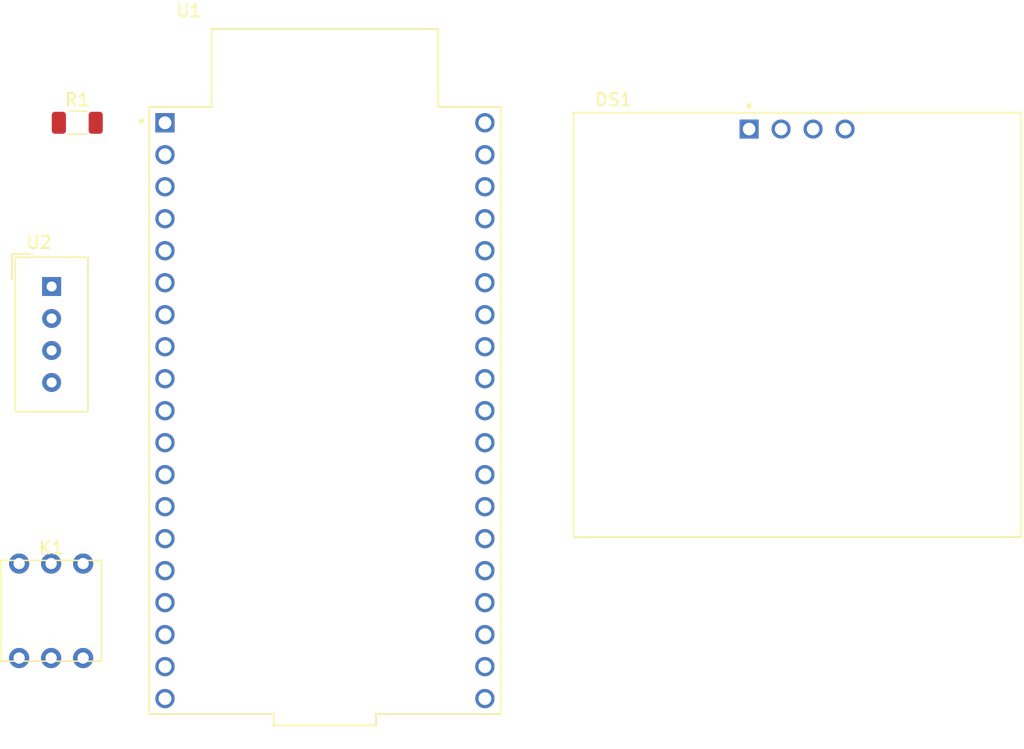
<source format=kicad_pcb>
(kicad_pcb (version 20241229) (generator "pcbnew") (generator_version "9.0")
  (layers (0 "F.Cu" signal) (2 "B.Cu" signal) (13 "F.Paste" user) (15 "B.Paste" user) (5 "F.SilkS" user "F.Silkscreen") (7 "B.SilkS" user "B.Silkscreen") (1 "F.Mask" user) (3 "B.Mask" user) (25 "Edge.Cuts" user))
  (net 0 "")
  (net 1 "/3v3")
  (net 2 "/SDA")
  (net 3 "/SCL")
  (net 4 "/GND")
  (net 10 "/DATA")
  (net 20 "/S")
  (footprint "DEVKIT_V1_ESP32-WROOM-32:MODULE_DEVKIT_V1_ESP32-WROOM-32" (layer "F.Cu") (at 111.2 92.85)
    (property "Reference" "U1" (at -10.795 -31.75 0) (layer "F.SilkS"))
    (property "Value" "DEVKIT_V1_ESP32-WROOM-32")
    (fp_line (start -13.95 -24.1) (end -13.95 24.1) (stroke (width 0.127)) (layer "F.SilkS"))
    (fp_line (start -13.95 24.1) (end -4.07 24.1) (stroke (width 0.127)) (layer "F.SilkS"))
    (fp_line (start -9 -30.3) (end 9 -30.3) (stroke (width 0.127)) (layer "F.SilkS"))
    (fp_line (start -9 -24.1) (end -13.95 -24.1) (stroke (width 0.127)) (layer "F.SilkS"))
    (fp_line (start -9 -24.1) (end -9 -30.3) (stroke (width 0.127)) (layer "F.SilkS"))
    (fp_line (start -4.07 24.1) (end -4.07 25) (stroke (width 0.127)) (layer "F.SilkS"))
    (fp_line (start -4.07 25) (end 4.06 25) (stroke (width 0.127)) (layer "F.SilkS"))
    (fp_line (start 4.06 24.1) (end 13.95 24.1) (stroke (width 0.127)) (layer "F.SilkS"))
    (fp_line (start 4.06 25) (end 4.06 24.1) (stroke (width 0.127)) (layer "F.SilkS"))
    (fp_line (start 9 -30.3) (end 9 -24.1) (stroke (width 0.127)) (layer "F.SilkS"))
    (fp_line (start 13.95 -24.1) (end 9 -24.1) (stroke (width 0.127)) (layer "F.SilkS"))
    (fp_line (start 13.95 24.1) (end 13.95 -24.1) (stroke (width 0.127)) (layer "F.SilkS"))
    (fp_circle (center -14.57 -22.97) (end -14.47 -22.97) (stroke (width 0.2)) (fill no) (layer "F.SilkS"))
    (pad "1" thru_hole rect (at -12.7 -22.85) (size 1.53 1.53) (drill 1.02) (layers "*.Cu" "*.Mask") (net 1 "/3v3"))
    (pad "2" thru_hole circle (at -12.7 -20.31) (size 1.53 1.53) (drill 1.02) (layers "*.Cu" "*.Mask"))
    (pad "3" thru_hole circle (at -12.7 -17.77) (size 1.53 1.53) (drill 1.02) (layers "*.Cu" "*.Mask"))
    (pad "4" thru_hole circle (at -12.7 -15.23) (size 1.53 1.53) (drill 1.02) (layers "*.Cu" "*.Mask"))
    (pad "5" thru_hole circle (at -12.7 -12.69) (size 1.53 1.53) (drill 1.02) (layers "*.Cu" "*.Mask"))
    (pad "6" thru_hole circle (at -12.7 -10.15) (size 1.53 1.53) (drill 1.02) (layers "*.Cu" "*.Mask"))
    (pad "7" thru_hole circle (at -12.7 -7.61) (size 1.53 1.53) (drill 1.02) (layers "*.Cu" "*.Mask"))
    (pad "8" thru_hole circle (at -12.7 -5.07) (size 1.53 1.53) (drill 1.02) (layers "*.Cu" "*.Mask"))
    (pad "9" thru_hole circle (at -12.7 -2.53) (size 1.53 1.53) (drill 1.02) (layers "*.Cu" "*.Mask"))
    (pad "10" thru_hole circle (at -12.7 0.01) (size 1.53 1.53) (drill 1.02) (layers "*.Cu" "*.Mask"))
    (pad "11" thru_hole circle (at -12.7 2.55) (size 1.53 1.53) (drill 1.02) (layers "*.Cu" "*.Mask"))
    (pad "12" thru_hole circle (at -12.7 5.09) (size 1.53 1.53) (drill 1.02) (layers "*.Cu" "*.Mask"))
    (pad "13" thru_hole circle (at -12.7 7.63) (size 1.53 1.53) (drill 1.02) (layers "*.Cu" "*.Mask"))
    (pad "14" thru_hole circle (at -12.7 10.17) (size 1.53 1.53) (drill 1.02) (layers "*.Cu" "*.Mask"))
    (pad "15" thru_hole circle (at -12.7 12.71) (size 1.53 1.53) (drill 1.02) (layers "*.Cu" "*.Mask"))
    (pad "16" thru_hole circle (at -12.7 15.25) (size 1.53 1.53) (drill 1.02) (layers "*.Cu" "*.Mask"))
    (pad "17" thru_hole circle (at -12.7 17.79) (size 1.53 1.53) (drill 1.02) (layers "*.Cu" "*.Mask"))
    (pad "18" thru_hole circle (at -12.7 20.33) (size 1.53 1.53) (drill 1.02) (layers "*.Cu" "*.Mask"))
    (pad "19" thru_hole circle (at -12.7 22.87) (size 1.53 1.53) (drill 1.02) (layers "*.Cu" "*.Mask"))
    (pad "20" thru_hole circle (at 12.7 22.87) (size 1.53 1.53) (drill 1.02) (layers "*.Cu" "*.Mask"))
    (pad "21" thru_hole circle (at 12.7 20.33) (size 1.53 1.53) (drill 1.02) (layers "*.Cu" "*.Mask"))
    (pad "22" thru_hole circle (at 12.7 17.79) (size 1.53 1.53) (drill 1.02) (layers "*.Cu" "*.Mask"))
    (pad "23" thru_hole circle (at 12.7 15.25) (size 1.53 1.53) (drill 1.02) (layers "*.Cu" "*.Mask") (net 20 "/S"))
    (pad "24" thru_hole circle (at 12.7 12.71) (size 1.53 1.53) (drill 1.02) (layers "*.Cu" "*.Mask"))
    (pad "25" thru_hole circle (at 12.7 10.17) (size 1.53 1.53) (drill 1.02) (layers "*.Cu" "*.Mask"))
    (pad "26" thru_hole circle (at 12.7 7.63) (size 1.53 1.53) (drill 1.02) (layers "*.Cu" "*.Mask"))
    (pad "27" thru_hole circle (at 12.7 5.09) (size 1.53 1.53) (drill 1.02) (layers "*.Cu" "*.Mask"))
    (pad "28" thru_hole circle (at 12.7 2.55) (size 1.53 1.53) (drill 1.02) (layers "*.Cu" "*.Mask"))
    (pad "29" thru_hole circle (at 12.7 0.01) (size 1.53 1.53) (drill 1.02) (layers "*.Cu" "*.Mask"))
    (pad "30" thru_hole circle (at 12.7 -2.53) (size 1.53 1.53) (drill 1.02) (layers "*.Cu" "*.Mask"))
    (pad "31" thru_hole circle (at 12.7 -5.07) (size 1.53 1.53) (drill 1.02) (layers "*.Cu" "*.Mask"))
    (pad "32" thru_hole circle (at 12.7 -7.61) (size 1.53 1.53) (drill 1.02) (layers "*.Cu" "*.Mask"))
    (pad "33" thru_hole circle (at 12.7 -10.15) (size 1.53 1.53) (drill 1.02) (layers "*.Cu" "*.Mask") (net 2 "/SDA"))
    (pad "34" thru_hole circle (at 12.7 -12.69) (size 1.53 1.53) (drill 1.02) (layers "*.Cu" "*.Mask"))
    (pad "35" thru_hole circle (at 12.7 -15.23) (size 1.53 1.53) (drill 1.02) (layers "*.Cu" "*.Mask"))
    (pad "36" thru_hole circle (at 12.7 -17.77) (size 1.53 1.53) (drill 1.02) (layers "*.Cu" "*.Mask") (net 3 "/SCL"))
    (pad "37" thru_hole circle (at 12.7 -20.31) (size 1.53 1.53) (drill 1.02) (layers "*.Cu" "*.Mask") (net 10 "/DATA"))
    (pad "38" thru_hole circle (at 12.7 -22.85) (size 1.53 1.53) (drill 1.02) (layers "*.Cu" "*.Mask") (net 4 "/GND"))
  )
  (footprint "Sensor:Aosong_DHT11_5.5x12.0_P2.54mm" (layer "F.Cu") (at 89.5 83)
    (property "Reference" "U2" (at -1 -3.5 0) (layer "F.SilkS"))
    (property "Value" "DHT11")
    (fp_line (start -3.16 -2.6) (end -3.16 -0.6) (stroke (width 0.12)) (layer "F.SilkS"))
    (fp_line (start -3.16 -2.6) (end -1.55 -2.6) (stroke (width 0.12)) (layer "F.SilkS"))
    (fp_line (start -2.88 9.94) (end -2.88 -2.31) (stroke (width 0.12)) (layer "F.SilkS"))
    (fp_line (start -2.87 -2.32) (end 2.87 -2.32) (stroke (width 0.12)) (layer "F.SilkS"))
    (fp_line (start 2.88 -2.32) (end 2.88 9.94) (stroke (width 0.12)) (layer "F.SilkS"))
    (fp_line (start 2.88 9.94) (end -2.88 9.94) (stroke (width 0.12)) (layer "F.SilkS"))
    (pad "1" thru_hole rect (at 0 0) (size 1.5 1.5) (drill 0.8) (layers "*.Cu" "*.Mask") (net 1 "/3v3"))
    (pad "2" thru_hole circle (at 0 2.54) (size 1.5 1.5) (drill 0.8) (layers "*.Cu" "*.Mask") (net 10 "/DATA"))
    (pad "3" thru_hole circle (at 0 5.08) (size 1.5 1.5) (drill 0.8) (layers "*.Cu" "*.Mask"))
    (pad "4" thru_hole circle (at 0 7.62) (size 1.5 1.5) (drill 0.8) (layers "*.Cu" "*.Mask") (net 4 "/GND"))
  )
  (footprint "relayModule:Relay_Module_1CH" (layer "F.Cu") (at 89.46 108.75)
    (property "Reference" "K1" (at 0 -5 0) (layer "F.SilkS"))
    (property "Value" "~")
    (fp_line (start -4 -4) (end 4 -4) (stroke (width 0.12)) (layer "F.SilkS"))
    (fp_line (start -4 4) (end -4 -4) (stroke (width 0.12)) (layer "F.SilkS"))
    (fp_line (start 4 -4) (end 4 4) (stroke (width 0.12)) (layer "F.SilkS"))
    (fp_line (start 4 4) (end -4 4) (stroke (width 0.12)) (layer "F.SilkS"))
    (pad "1" thru_hole circle (at -2.54 -3.75) (size 1.6 1.6) (drill 0.9) (layers "*.Cu" "*.Mask") (net 20 "/S"))
    (pad "2" thru_hole circle (at 0 -3.75) (size 1.6 1.6) (drill 0.9) (layers "*.Cu" "*.Mask") (net 1 "/3v3"))
    (pad "3" thru_hole circle (at 2.54 -3.75) (size 1.6 1.6) (drill 0.9) (layers "*.Cu" "*.Mask") (net 4 "/GND"))
    (pad "4" thru_hole circle (at -2.54 3.75) (size 1.6 1.6) (drill 0.9) (layers "*.Cu" "*.Mask"))
    (pad "5" thru_hole circle (at 0 3.75) (size 1.6 1.6) (drill 0.9) (layers "*.Cu" "*.Mask"))
    (pad "6" thru_hole circle (at 2.54 3.75) (size 1.6 1.6) (drill 0.9) (layers "*.Cu" "*.Mask"))
  )
  (footprint "OLED_128X64_1.3_I2C:LCD_OLED_128X64_1.3_I2C" (layer "F.Cu") (at 148.69 86.05)
    (property "Reference" "DS1" (at -14.575 -17.885 0) (layer "F.SilkS"))
    (property "Value" "OLED_128X64_1.3_I2C")
    (fp_line (start -17.75 -16.85) (end 17.75 -16.85) (stroke (width 0.127)) (layer "F.SilkS"))
    (fp_line (start -17.75 16.85) (end -17.75 -16.85) (stroke (width 0.127)) (layer "F.SilkS"))
    (fp_line (start 17.75 -16.85) (end 17.75 16.85) (stroke (width 0.127)) (layer "F.SilkS"))
    (fp_line (start 17.75 16.85) (end -17.75 16.85) (stroke (width 0.127)) (layer "F.SilkS"))
    (fp_circle (center -3.81 -17.4) (end -3.71 -17.4) (stroke (width 0.2)) (fill no) (layer "F.SilkS"))
    (pad "" np_thru_hole circle (at -15.75 -14.85) (size 3 3) (drill 3) (layers "*.Cu" "*.Mask"))
    (pad "" np_thru_hole circle (at -15.75 14.85) (size 3 3) (drill 3) (layers "*.Cu" "*.Mask"))
    (pad "" np_thru_hole circle (at 15.75 -14.85) (size 3 3) (drill 3) (layers "*.Cu" "*.Mask"))
    (pad "" np_thru_hole circle (at 15.75 14.85) (size 3 3) (drill 3) (layers "*.Cu" "*.Mask"))
    (pad "1" thru_hole rect (at -3.81 -15.55) (size 1.508 1.508) (drill 1) (layers "*.Cu" "*.Mask") (net 1 "/3v3"))
    (pad "2" thru_hole circle (at -1.27 -15.55) (size 1.508 1.508) (drill 1) (layers "*.Cu" "*.Mask") (net 4 "/GND"))
    (pad "3" thru_hole circle (at 1.27 -15.55) (size 1.508 1.508) (drill 1) (layers "*.Cu" "*.Mask") (net 3 "/SCL"))
    (pad "4" thru_hole circle (at 3.81 -15.55) (size 1.508 1.508) (drill 1) (layers "*.Cu" "*.Mask") (net 2 "/SDA"))
  )
  (footprint "Resistor_SMD:R_1206_3216Metric" (layer "F.Cu") (at 91.5375 70)
    (property "Reference" "R1" (at 0 -1.83 0) (layer "F.SilkS"))
    (property "Value" "4.7k")
    (fp_line (start -0.727064 -0.91) (end 0.727064 -0.91) (stroke (width 0.12)) (layer "F.SilkS"))
    (fp_line (start -0.727064 0.91) (end 0.727064 0.91) (stroke (width 0.12)) (layer "F.SilkS"))
    (pad "1" smd roundrect (at -1.4625 0) (size 1.125 1.75) (layers "F.Cu" "F.Mask" "F.Paste") (roundrect_rratio 0.222222) (net 10 "/DATA"))
    (pad "2" smd roundrect (at 1.4625 0) (size 1.125 1.75) (layers "F.Cu" "F.Mask" "F.Paste") (roundrect_rratio 0.222222) (net 1 "/3v3"))
  )
)
</source>
